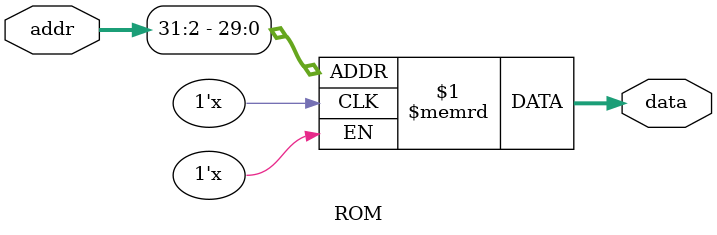
<source format=sv>
`timescale 1ns / 1ps

module ROM (
    input  logic [31:0] addr,
    output logic [31:0] data
);
    logic [31:0] rom[0:61];

    //initial begin
    ////rom[x]=32'b fucn7 _ rs2 _ rs1 _f3 _ rd  _ op // R-Type
    //rom[0] = 32'b0000000_00001_00010_000_00100_0110011;// add x4, x2, x1
    //rom[1] = 32'b0100000_00001_00010_000_00101_0110011;// sub x5, x2, x1
    //rom[2] = 32'b0000000_00000_00011_111_00110_0110011;// and x6, x3, x0
    //rom[3] = 32'b0000000_00000_00011_110_00111_0110011;// or  x7, x3, x0
    ////rom[x]=32'b imm7  _ rs2 _ rs1 _f3 _ imm5_ op // S-Type
    //rom[4] = 32'b0000000_00010_00000_010_01000_0100011;// sw x2, 8(x0)
    ////rom[x]=32'b imm7  _ rs2 _ rs1 _f3 _ imm5_ op // B-Type
    //rom[5] = 32'b0000000_00010_00010_000_01100_1100011;// beq x2, x2, 12
    ////rom[x]=32'b imm12      _ rs1 _f3 _ rd  _ op // L-Type
    //rom[6] = 32'b000000001000_00000_010_01000_0000011;// lw x8, 8(x0)
    ////rom[x]=32'b imm12      _ rs1 _f3 _ rd  _ op // I-Type
    //rom[7] = 32'b000000000001_00001_000_01001_0010011;// addi x9, x1, 1 
    //rom[8] = 32'b000000000100_00010_111_01010_0010011;// andi x10, x2, 4 
    //rom[9] = 32'b000000000001_00010_110_01011_0010011;// ori x11, x2, 1 
    //rom[10] = 32'b000000000011_00001_001_01100_0010011;// slli x12, x1, 1 // 2b00001011 << 3
    //end

    assign data = rom[addr[31:2]];
endmodule

</source>
